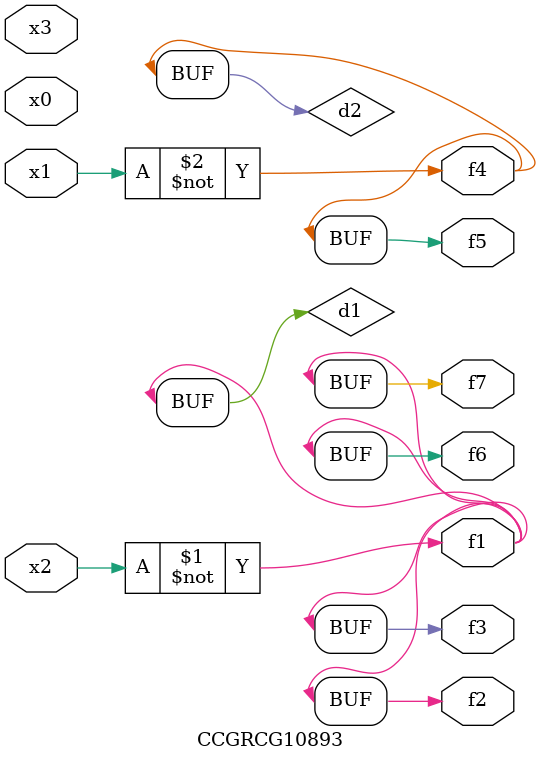
<source format=v>
module CCGRCG10893(
	input x0, x1, x2, x3,
	output f1, f2, f3, f4, f5, f6, f7
);

	wire d1, d2;

	xnor (d1, x2);
	not (d2, x1);
	assign f1 = d1;
	assign f2 = d1;
	assign f3 = d1;
	assign f4 = d2;
	assign f5 = d2;
	assign f6 = d1;
	assign f7 = d1;
endmodule

</source>
